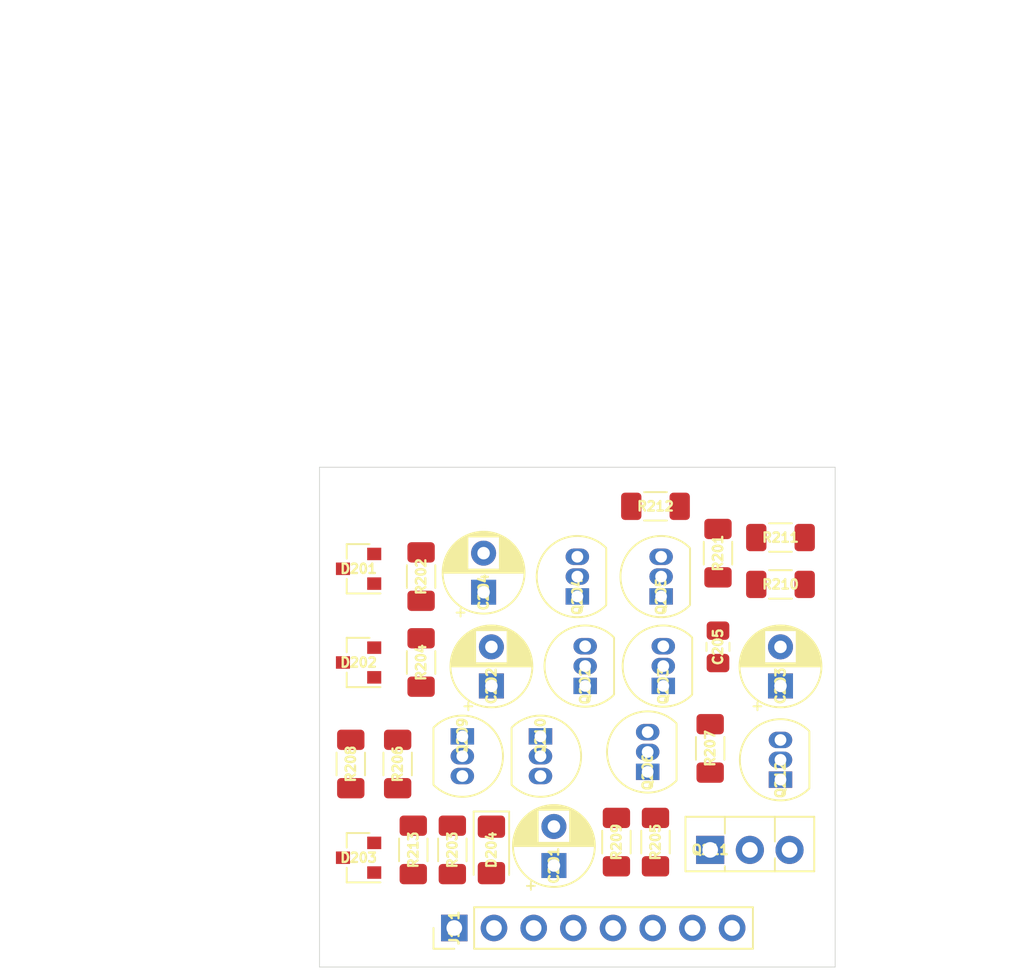
<source format=kicad_pcb>
(kicad_pcb (version 20211014) (generator pcbnew)
  (layers (0 "F.Cu" signal) (31 "B.Cu" signal) (34 "B.Paste" user) (35 "F.Paste" user) (36 "B.SilkS" user "B.Silkscreen") (37 "F.SilkS" user "F.Silkscreen") (38 "B.Mask" user) (39 "F.Mask" user) (44 "Edge.Cuts" user))
  (net 0 "")
  (net 1 "GND")
  (net 2 "/VIN")
  (net 3 "/VFB")
  (net 4 "/CTRL")
  (net 5 "Net-(C201-Pad2)")
  (net 6 "Net-(C202-Pad1)")
  (net 7 "Net-(Q203-Pad1)")
  (net 8 "Net-(D202-Pad1)")
  (net 9 "Net-(C203-Pad2)")
  (net 10 "Net-(C205-Pad1)")
  (net 11 "Net-(D201-Pad1)")
  (net 12 "Net-(D204-Pad1)")
  (net 13 "Net-(D203-Pad1)")
  (net 14 "Net-(Q202-Pad3)")
  (net 15 "Net-(Q203-Pad3)")
  (net 16 "Net-(Q204-Pad3)")
  (net 17 "Net-(C202-Pad2)")
  (net 18 "Net-(Q211-Pad3)")
  (net 19 "Net-(Q206-Pad3)")
  (net 20 "Net-(Q210-Pad3)")
  (net 21 "Net-(Q209-Pad3)")
  (footprint "Package_TO_SOT_THT:TO-92_Inline" (layer "F.Cu") (at 122.14 145.23 -90)
    (fp_text reference "Q209" (at 0 0 90) (layer "F.SilkS") (effects (font (size 0.6 0.6) (thickness 0.6))))
    (fp_text value "BC556")
    (pad "1" thru_hole rect (at 0 0 270) (size 1.05 1.5) (drill 0.75) (layers *.Cu *.Mask) (net 8 "Net-(D202-Pad1)"))
    (pad "2" thru_hole oval (at 1.27 0 270) (size 1.05 1.5) (drill 0.75) (layers *.Cu *.Mask) (net 5 "Net-(C201-Pad2)"))
    (pad "3" thru_hole oval (at 2.54 0 270) (size 1.05 1.5) (drill 0.75) (layers *.Cu *.Mask) (net 21 "Net-(Q209-Pad3)"))
  )
  (footprint "Capacitor_THT:CP_Radial_D5.0mm_P2.50mm" (layer "F.Cu") (at 123.5 136 90)
    (fp_text reference "C204" (at 0 0 90) (layer "F.SilkS") (effects (font (size 0.6 0.6) (thickness 0.6))))
    (fp_text value "4u7")
    (pad "1" thru_hole rect (at 0 0 90) (size 1.6 1.6) (drill 0.8) (layers *.Cu *.Mask) (net 17 "Net-(C202-Pad2)"))
    (pad "2" thru_hole circle (at 2.5 0 90) (size 1.6 1.6) (drill 0.8) (layers *.Cu *.Mask) (net 1 "GND"))
  )
  (footprint "Capacitor_THT:CP_Radial_D5.0mm_P2.50mm" (layer "F.Cu") (at 142.5 142 90)
    (fp_text reference "C203" (at 0 0 90) (layer "F.SilkS") (effects (font (size 0.6 0.6) (thickness 0.6))))
    (fp_text value "4u7")
    (pad "1" thru_hole rect (at 0 0 90) (size 1.6 1.6) (drill 0.8) (layers *.Cu *.Mask) (net 3 "/VFB"))
    (pad "2" thru_hole circle (at 2.5 0 90) (size 1.6 1.6) (drill 0.8) (layers *.Cu *.Mask) (net 9 "Net-(C203-Pad2)"))
  )
  (footprint "Package_TO_SOT_THT:TO-92_Inline" (layer "F.Cu") (at 135 142 90)
    (fp_text reference "Q203" (at 0 0 90) (layer "F.SilkS") (effects (font (size 0.6 0.6) (thickness 0.6))))
    (fp_text value "BC546")
    (pad "1" thru_hole rect (at 0 0 90) (size 1.05 1.5) (drill 0.75) (layers *.Cu *.Mask) (net 7 "Net-(Q203-Pad1)"))
    (pad "2" thru_hole oval (at 1.27 0 90) (size 1.05 1.5) (drill 0.75) (layers *.Cu *.Mask) (net 6 "Net-(C202-Pad1)"))
    (pad "3" thru_hole oval (at 2.54 0 90) (size 1.05 1.5) (drill 0.75) (layers *.Cu *.Mask) (net 15 "Net-(Q203-Pad3)"))
  )
  (footprint "Package_TO_SOT_THT:TO-92_Inline" (layer "F.Cu") (at 134.86 136.27 90)
    (fp_text reference "Q205" (at 0 0 90) (layer "F.SilkS") (effects (font (size 0.6 0.6) (thickness 0.6))))
    (fp_text value "BC546")
    (pad "1" thru_hole rect (at 0 0 90) (size 1.05 1.5) (drill 0.75) (layers *.Cu *.Mask) (net 15 "Net-(Q203-Pad3)"))
    (pad "2" thru_hole oval (at 1.27 0 90) (size 1.05 1.5) (drill 0.75) (layers *.Cu *.Mask) (net 9 "Net-(C203-Pad2)"))
    (pad "3" thru_hole oval (at 2.54 0 90) (size 1.05 1.5) (drill 0.75) (layers *.Cu *.Mask) (net 16 "Net-(Q204-Pad3)"))
  )
  (footprint "Resistor_SMD:R_1206_3216Metric_Pad1.30x1.75mm_HandSolder" (layer "F.Cu") (at 142.5 135.5)
    (fp_text reference "R210" (at 0 0) (layer "F.SilkS") (effects (font (size 0.6 0.6) (thickness 0.6))))
    (fp_text value "R")
    (pad "1" smd roundrect (at -1.55 0) (size 1.3 1.75) (layers "F.Cu" "F.Paste" "F.Mask") (roundrect_rratio 0.192308) (net 9 "Net-(C203-Pad2)"))
    (pad "2" smd roundrect (at 1.55 0) (size 1.3 1.75) (layers "F.Cu" "F.Paste" "F.Mask") (roundrect_rratio 0.192308) (net 3 "/VFB"))
  )
  (footprint "Capacitor_THT:CP_Radial_D5.0mm_P2.50mm" (layer "F.Cu") (at 128 153.5 90)
    (fp_text reference "C201" (at 0 0 90) (layer "F.SilkS") (effects (font (size 0.6 0.6) (thickness 0.6))))
    (fp_text value "4u7")
    (pad "1" thru_hole rect (at 0 0 90) (size 1.6 1.6) (drill 0.8) (layers *.Cu *.Mask) (net 2 "/VIN"))
    (pad "2" thru_hole circle (at 2.5 0 90) (size 1.6 1.6) (drill 0.8) (layers *.Cu *.Mask) (net 5 "Net-(C201-Pad2)"))
  )
  (footprint "Package_TO_SOT_THT:TO-126-3_Vertical" (layer "F.Cu") (at 138 152.5)
    (property "Reference" "Q?")
    (property "Value" "BD140")
    (fp_text reference "Q211" (at 0 0) (layer "F.SilkS") (effects (font (size 0.6 0.6) (thickness 0.6))))
    (fp_text value "BD140")
    (pad "1" thru_hole rect (at 0 0) (size 1.8 1.8) (drill 1) (layers *.Cu *.Mask) (net 4 "/CTRL"))
    (pad "2" thru_hole oval (at 2.54 0) (size 1.8 1.8) (drill 1) (layers *.Cu *.Mask) (net 3 "/VFB"))
    (pad "3" thru_hole oval (at 5.08 0) (size 1.8 1.8) (drill 1) (layers *.Cu *.Mask) (net 18 "Net-(Q211-Pad3)"))
  )
  (footprint "Connector_PinHeader_2.54mm:PinHeader_1x08_P2.54mm_Vertical" (layer "F.Cu") (at 121.625 157.5 90)
    (fp_text reference "J101" (at 0 0 90) (layer "F.SilkS") (effects (font (size 0.6 0.6) (thickness 0.6))))
    (fp_text value "Conn_01x08")
    (pad "1" thru_hole rect (at 0 0 90) (size 1.7 1.7) (drill 1) (layers *.Cu *.Mask) (net 2 "/VIN"))
    (pad "2" thru_hole oval (at 0 2.54 90) (size 1.7 1.7) (drill 1) (layers *.Cu *.Mask) (net 2 "/VIN"))
    (pad "3" thru_hole oval (at 0 5.08 90) (size 1.7 1.7) (drill 1) (layers *.Cu *.Mask) (net 4 "/CTRL"))
    (pad "4" thru_hole oval (at 0 7.62 90) (size 1.7 1.7) (drill 1) (layers *.Cu *.Mask) (net 4 "/CTRL"))
    (pad "5" thru_hole oval (at 0 10.16 90) (size 1.7 1.7) (drill 1) (layers *.Cu *.Mask) (net 1 "GND"))
    (pad "6" thru_hole oval (at 0 12.7 90) (size 1.7 1.7) (drill 1) (layers *.Cu *.Mask) (net 1 "GND"))
    (pad "7" thru_hole oval (at 0 15.24 90) (size 1.7 1.7) (drill 1) (layers *.Cu *.Mask) (net 3 "/VFB"))
    (pad "8" thru_hole oval (at 0 17.78 90) (size 1.7 1.7) (drill 1) (layers *.Cu *.Mask) (net 3 "/VFB"))
  )
  (footprint "Resistor_SMD:R_1206_3216Metric_Pad1.30x1.75mm_HandSolder" (layer "F.Cu") (at 132 152 90)
    (fp_text reference "R209" (at 0 0 90) (layer "F.SilkS") (effects (font (size 0.6 0.6) (thickness 0.6))))
    (fp_text value "470R")
    (pad "1" smd roundrect (at -1.55 0 90) (size 1.3 1.75) (layers "F.Cu" "F.Paste" "F.Mask") (roundrect_rratio 0.192308) (net 2 "/VIN"))
    (pad "2" smd roundrect (at 1.55 0 90) (size 1.3 1.75) (layers "F.Cu" "F.Paste" "F.Mask") (roundrect_rratio 0.192308) (net 18 "Net-(Q211-Pad3)"))
  )
  (footprint "Diode_SMD:D_SOT-23_ANK" (layer "F.Cu") (at 115.5 140.5 180)
    (fp_text reference "D202" (at 0 0) (layer "F.SilkS") (effects (font (size 0.6 0.6) (thickness 0.6))))
    (fp_text value "BZX84C4V7")
    (pad "" smd rect (at -1 0.95 180) (size 0.9 0.8) (layers "F.Cu" "F.Paste" "F.Mask"))
    (pad "1" smd rect (at 1 0 180) (size 0.9 0.8) (layers "F.Cu" "F.Paste" "F.Mask") (net 8 "Net-(D202-Pad1)"))
    (pad "2" smd rect (at -1 -0.95 180) (size 0.9 0.8) (layers "F.Cu" "F.Paste" "F.Mask") (net 11 "Net-(D201-Pad1)"))
  )
  (footprint "Capacitor_SMD:C_0805_2012Metric_Pad1.18x1.45mm_HandSolder" (layer "F.Cu") (at 138.5 139.5 -90)
    (property "Reference" "C?")
    (property "Value" "10p")
    (fp_text reference "C205" (at 0 0 90) (layer "F.SilkS") (effects (font (size 0.6 0.6) (thickness 0.6))))
    (fp_text value "10p")
    (pad "1" smd roundrect (at -1.0375 0 270) (size 1.175 1.45) (layers "F.Cu" "F.Paste" "F.Mask") (roundrect_rratio 0.212766) (net 10 "Net-(C205-Pad1)"))
    (pad "2" smd roundrect (at 1.0375 0 270) (size 1.175 1.45) (layers "F.Cu" "F.Paste" "F.Mask") (roundrect_rratio 0.212766) (net 1 "GND"))
  )
  (footprint "Package_TO_SOT_THT:TO-92_Inline" (layer "F.Cu") (at 142.5 148 90)
    (fp_text reference "Q212" (at 0 0 90) (layer "F.SilkS") (effects (font (size 0.6 0.6) (thickness 0.6))))
    (fp_text value "BC546")
    (pad "1" thru_hole rect (at 0 0 90) (size 1.05 1.5) (drill 0.75) (layers *.Cu *.Mask) (net 18 "Net-(Q211-Pad3)"))
    (pad "2" thru_hole oval (at 1.27 0 90) (size 1.05 1.5) (drill 0.75) (layers *.Cu *.Mask) (net 7 "Net-(Q203-Pad1)"))
    (pad "3" thru_hole oval (at 2.54 0 90) (size 1.05 1.5) (drill 0.75) (layers *.Cu *.Mask) (net 3 "/VFB"))
  )
  (footprint "Resistor_SMD:R_1206_3216Metric_Pad1.30x1.75mm_HandSolder" (layer "F.Cu") (at 142.5 132.5 180)
    (fp_text reference "R211" (at 0 0) (layer "F.SilkS") (effects (font (size 0.6 0.6) (thickness 0.6))))
    (fp_text value "2K2")
    (pad "1" smd roundrect (at -1.55 0 180) (size 1.3 1.75) (layers "F.Cu" "F.Paste" "F.Mask") (roundrect_rratio 0.192308) (net 9 "Net-(C203-Pad2)"))
    (pad "2" smd roundrect (at 1.55 0 180) (size 1.3 1.75) (layers "F.Cu" "F.Paste" "F.Mask") (roundrect_rratio 0.192308) (net 1 "GND"))
  )
  (footprint "Diode_SMD:D_SOT-23_ANK" (layer "F.Cu") (at 115.5 134.5 180)
    (fp_text reference "D201" (at 0 0) (layer "F.SilkS") (effects (font (size 0.6 0.6) (thickness 0.6))))
    (fp_text value "BZX84C4V7")
    (pad "" smd rect (at -1 0.95 180) (size 0.9 0.8) (layers "F.Cu" "F.Paste" "F.Mask"))
    (pad "1" smd rect (at 1 0 180) (size 0.9 0.8) (layers "F.Cu" "F.Paste" "F.Mask") (net 11 "Net-(D201-Pad1)"))
    (pad "2" smd rect (at -1 -0.95 180) (size 0.9 0.8) (layers "F.Cu" "F.Paste" "F.Mask") (net 1 "GND"))
  )
  (footprint "Resistor_SMD:R_1206_3216Metric_Pad1.30x1.75mm_HandSolder" (layer "F.Cu") (at 119.5 135 -90)
    (fp_text reference "R202" (at 0 0 90) (layer "F.SilkS") (effects (font (size 0.6 0.6) (thickness 0.6))))
    (fp_text value "10K")
    (pad "1" smd roundrect (at -1.55 0 270) (size 1.3 1.75) (layers "F.Cu" "F.Paste" "F.Mask") (roundrect_rratio 0.192308) (net 11 "Net-(D201-Pad1)"))
    (pad "2" smd roundrect (at 1.55 0 270) (size 1.3 1.75) (layers "F.Cu" "F.Paste" "F.Mask") (roundrect_rratio 0.192308) (net 17 "Net-(C202-Pad2)"))
  )
  (footprint "Package_TO_SOT_THT:TO-92_Inline" (layer "F.Cu") (at 130 142 90)
    (fp_text reference "Q202" (at 0 0 90) (layer "F.SilkS") (effects (font (size 0.6 0.6) (thickness 0.6))))
    (fp_text value "BC546")
    (pad "1" thru_hole rect (at 0 0 90) (size 1.05 1.5) (drill 0.75) (layers *.Cu *.Mask) (net 2 "/VIN"))
    (pad "2" thru_hole oval (at 1.27 0 90) (size 1.05 1.5) (drill 0.75) (layers *.Cu *.Mask) (net 6 "Net-(C202-Pad1)"))
    (pad "3" thru_hole oval (at 2.54 0 90) (size 1.05 1.5) (drill 0.75) (layers *.Cu *.Mask) (net 14 "Net-(Q202-Pad3)"))
  )
  (footprint "Capacitor_THT:CP_Radial_D5.0mm_P2.50mm" (layer "F.Cu") (at 124 142 90)
    (fp_text reference "C202" (at 0 0 90) (layer "F.SilkS") (effects (font (size 0.6 0.6) (thickness 0.6))))
    (fp_text value "4u7")
    (pad "1" thru_hole rect (at 0 0 90) (size 1.6 1.6) (drill 0.8) (layers *.Cu *.Mask) (net 6 "Net-(C202-Pad1)"))
    (pad "2" thru_hole circle (at 2.5 0 90) (size 1.6 1.6) (drill 0.8) (layers *.Cu *.Mask) (net 17 "Net-(C202-Pad2)"))
  )
  (footprint "Resistor_SMD:R_1206_3216Metric_Pad1.30x1.75mm_HandSolder" (layer "F.Cu") (at 138.5 133.5 90)
    (fp_text reference "R201" (at 0 0 90) (layer "F.SilkS") (effects (font (size 0.6 0.6) (thickness 0.6))))
    (fp_text value "1K")
    (pad "1" smd roundrect (at -1.55 0 90) (size 1.3 1.75) (layers "F.Cu" "F.Paste" "F.Mask") (roundrect_rratio 0.192308) (net 19 "Net-(Q206-Pad3)"))
    (pad "2" smd roundrect (at 1.55 0 90) (size 1.3 1.75) (layers "F.Cu" "F.Paste" "F.Mask") (roundrect_rratio 0.192308) (net 1 "GND"))
  )
  (footprint "Resistor_SMD:R_1206_3216Metric_Pad1.30x1.75mm_HandSolder" (layer "F.Cu") (at 121.5 152.5 90)
    (fp_text reference "R203" (at 0 0 90) (layer "F.SilkS") (effects (font (size 0.6 0.6) (thickness 0.6))))
    (fp_text value "470R")
    (pad "1" smd roundrect (at -1.55 0 90) (size 1.3 1.75) (layers "F.Cu" "F.Paste" "F.Mask") (roundrect_rratio 0.192308) (net 2 "/VIN"))
    (pad "2" smd roundrect (at 1.55 0 90) (size 1.3 1.75) (layers "F.Cu" "F.Paste" "F.Mask") (roundrect_rratio 0.192308) (net 20 "Net-(Q210-Pad3)"))
  )
  (footprint "Package_TO_SOT_THT:TO-92_Inline" (layer "F.Cu") (at 127.14 145.23 -90)
    (property "Reference" "Q210")
    (property "Value" "BC556")
    (fp_text reference "Q210" (at 0 0 90) (layer "F.SilkS") (effects (font (size 0.6 0.6) (thickness 0.6))))
    (fp_text value "BC556")
    (pad "1" thru_hole rect (at 0 0 270) (size 1.05 1.5) (drill 0.75) (layers *.Cu *.Mask) (net 7 "Net-(Q203-Pad1)"))
    (pad "2" thru_hole oval (at 1.27 0 270) (size 1.05 1.5) (drill 0.75) (layers *.Cu *.Mask) (net 5 "Net-(C201-Pad2)"))
    (pad "3" thru_hole oval (at 2.54 0 270) (size 1.05 1.5) (drill 0.75) (layers *.Cu *.Mask) (net 20 "Net-(Q210-Pad3)"))
  )
  (footprint "Resistor_SMD:R_1206_3216Metric_Pad1.30x1.75mm_HandSolder" (layer "F.Cu") (at 134.5 152 90)
    (fp_text reference "R205" (at 0 0 90) (layer "F.SilkS") (effects (font (size 0.6 0.6) (thickness 0.6))))
    (fp_text value "10R")
    (pad "1" smd roundrect (at -1.55 0 90) (size 1.3 1.75) (layers "F.Cu" "F.Paste" "F.Mask") (roundrect_rratio 0.192308) (net 2 "/VIN"))
    (pad "2" smd roundrect (at 1.55 0 90) (size 1.3 1.75) (layers "F.Cu" "F.Paste" "F.Mask") (roundrect_rratio 0.192308) (net 4 "/CTRL"))
  )
  (footprint "Resistor_SMD:R_1206_3216Metric_Pad1.30x1.75mm_HandSolder" (layer "F.Cu") (at 119 152.5 90)
    (fp_text reference "R213" (at 0 0 90) (layer "F.SilkS") (effects (font (size 0.6 0.6) (thickness 0.6))))
    (fp_text value "470R")
    (pad "1" smd roundrect (at -1.55 0 90) (size 1.3 1.75) (layers "F.Cu" "F.Paste" "F.Mask") (roundrect_rratio 0.192308) (net 2 "/VIN"))
    (pad "2" smd roundrect (at 1.55 0 90) (size 1.3 1.75) (layers "F.Cu" "F.Paste" "F.Mask") (roundrect_rratio 0.192308) (net 21 "Net-(Q209-Pad3)"))
  )
  (footprint "Resistor_SMD:R_1206_3216Metric_Pad1.30x1.75mm_HandSolder" (layer "F.Cu") (at 115 147 90)
    (fp_text reference "R208" (at 0 0 90) (layer "F.SilkS") (effects (font (size 0.6 0.6) (thickness 0.6))))
    (fp_text value "R")
    (pad "1" smd roundrect (at -1.55 0 90) (size 1.3 1.75) (layers "F.Cu" "F.Paste" "F.Mask") (roundrect_rratio 0.192308) (net 13 "Net-(D203-Pad1)"))
    (pad "2" smd roundrect (at 1.55 0 90) (size 1.3 1.75) (layers "F.Cu" "F.Paste" "F.Mask") (roundrect_rratio 0.192308) (net 8 "Net-(D202-Pad1)"))
  )
  (footprint "Package_TO_SOT_THT:TO-92_Inline" (layer "F.Cu") (at 129.5 136.27 90)
    (fp_text reference "Q204" (at 0 0 90) (layer "F.SilkS") (effects (font (size 0.6 0.6) (thickness 0.6))))
    (fp_text value "BC546")
    (pad "1" thru_hole rect (at 0 0 90) (size 1.05 1.5) (drill 0.75) (layers *.Cu *.Mask) (net 14 "Net-(Q202-Pad3)"))
    (pad "2" thru_hole oval (at 1.27 0 90) (size 1.05 1.5) (drill 0.75) (layers *.Cu *.Mask) (net 17 "Net-(C202-Pad2)"))
    (pad "3" thru_hole oval (at 2.54 0 90) (size 1.05 1.5) (drill 0.75) (layers *.Cu *.Mask) (net 16 "Net-(Q204-Pad3)"))
  )
  (footprint "Resistor_SMD:R_1206_3216Metric_Pad1.30x1.75mm_HandSolder" (layer "F.Cu") (at 118 147 90)
    (fp_text reference "R206" (at 0 0 90) (layer "F.SilkS") (effects (font (size 0.6 0.6) (thickness 0.6))))
    (fp_text value "4K7")
    (pad "1" smd roundrect (at -1.55 0 90) (size 1.3 1.75) (layers "F.Cu" "F.Paste" "F.Mask") (roundrect_rratio 0.192308) (net 12 "Net-(D204-Pad1)"))
    (pad "2" smd roundrect (at 1.55 0 90) (size 1.3 1.75) (layers "F.Cu" "F.Paste" "F.Mask") (roundrect_rratio 0.192308) (net 5 "Net-(C201-Pad2)"))
  )
  (footprint "Resistor_SMD:R_1206_3216Metric_Pad1.30x1.75mm_HandSolder" (layer "F.Cu") (at 134.5 130.5)
    (fp_text reference "R212" (at 0 0) (layer "F.SilkS") (effects (font (size 0.6 0.6) (thickness 0.6))))
    (fp_text value "2K2")
    (pad "1" smd roundrect (at -1.55 0) (size 1.3 1.75) (layers "F.Cu" "F.Paste" "F.Mask") (roundrect_rratio 0.192308) (net 16 "Net-(Q204-Pad3)"))
    (pad "2" smd roundrect (at 1.55 0) (size 1.3 1.75) (layers "F.Cu" "F.Paste" "F.Mask") (roundrect_rratio 0.192308) (net 1 "GND"))
  )
  (footprint "Package_TO_SOT_THT:TO-92_Inline" (layer "F.Cu") (at 134 147.5 90)
    (fp_text reference "Q206" (at 0 0 90) (layer "F.SilkS") (effects (font (size 0.6 0.6) (thickness 0.6))))
    (fp_text value "BC546")
    (pad "1" thru_hole rect (at 0 0 90) (size 1.05 1.5) (drill 0.75) (layers *.Cu *.Mask) (net 12 "Net-(D204-Pad1)"))
    (pad "2" thru_hole oval (at 1.27 0 90) (size 1.05 1.5) (drill 0.75) (layers *.Cu *.Mask) (net 11 "Net-(D201-Pad1)"))
    (pad "3" thru_hole oval (at 2.54 0 90) (size 1.05 1.5) (drill 0.75) (layers *.Cu *.Mask) (net 19 "Net-(Q206-Pad3)"))
  )
  (footprint "Resistor_SMD:R_1206_3216Metric_Pad1.30x1.75mm_HandSolder" (layer "F.Cu") (at 119.5 140.5 90)
    (fp_text reference "R204" (at 0 0 90) (layer "F.SilkS") (effects (font (size 0.6 0.6) (thickness 0.6))))
    (fp_text value "10K")
    (pad "1" smd roundrect (at -1.55 0 90) (size 1.3 1.75) (layers "F.Cu" "F.Paste" "F.Mask") (roundrect_rratio 0.192308) (net 8 "Net-(D202-Pad1)"))
    (pad "2" smd roundrect (at 1.55 0 90) (size 1.3 1.75) (layers "F.Cu" "F.Paste" "F.Mask") (roundrect_rratio 0.192308) (net 6 "Net-(C202-Pad1)"))
  )
  (footprint "LED_SMD:LED_1206_3216Metric_Pad1.42x1.75mm_HandSolder" (layer "F.Cu") (at 124 152.5 -90)
    (property "Reference" "D204")
    (property "Value" "LED")
    (fp_text reference "D204" (at 0 0 90) (layer "F.SilkS") (effects (font (size 0.6 0.6) (thickness 0.6))))
    (fp_text value "LED")
    (pad "1" smd roundrect (at -1.4875 0 270) (size 1.425 1.75) (layers "F.Cu" "F.Paste" "F.Mask") (roundrect_rratio 0.175439) (net 12 "Net-(D204-Pad1)"))
    (pad "2" smd roundrect (at 1.4875 0 270) (size 1.425 1.75) (layers "F.Cu" "F.Paste" "F.Mask") (roundrect_rratio 0.175439) (net 2 "/VIN"))
  )
  (footprint "Diode_SMD:D_SOT-23_ANK" (layer "F.Cu") (at 115.5 153 180)
    (fp_text reference "D203" (at 0 0) (layer "F.SilkS") (effects (font (size 0.6 0.6) (thickness 0.6))))
    (fp_text value "BZX84C33")
    (pad "" smd rect (at -1 0.95 180) (size 0.9 0.8) (layers "F.Cu" "F.Paste" "F.Mask"))
    (pad "1" smd rect (at 1 0 180) (size 0.9 0.8) (layers "F.Cu" "F.Paste" "F.Mask") (net 13 "Net-(D203-Pad1)"))
    (pad "2" smd rect (at -1 -0.95 180) (size 0.9 0.8) (layers "F.Cu" "F.Paste" "F.Mask") (net 2 "/VIN"))
  )
  (footprint "Resistor_SMD:R_1206_3216Metric_Pad1.30x1.75mm_HandSolder" (layer "F.Cu") (at 138 146 90)
    (fp_text reference "R207" (at 0 0 90) (layer "F.SilkS") (effects (font (size 0.6 0.6) (thickness 0.6))))
    (fp_text value "1K")
    (pad "1" smd roundrect (at -1.55 0 90) (size 1.3 1.75) (layers "F.Cu" "F.Paste" "F.Mask") (roundrect_rratio 0.192308) (net 7 "Net-(Q203-Pad1)"))
    (pad "2" smd roundrect (at 1.55 0 90) (size 1.3 1.75) (layers "F.Cu" "F.Paste" "F.Mask") (roundrect_rratio 0.192308) (net 10 "Net-(C205-Pad1)"))
  )
  (gr_line (start 113 128) (end 113 160) (layer "Edge.Cuts") (width 0.05))
  (gr_line (start 113 160) (end 146 160) (layer "Edge.Cuts") (width 0.05))
  (gr_line (start 146 160) (end 146 128) (layer "Edge.Cuts") (width 0.05))
  (gr_line (start 146 128) (end 113 128) (layer "Edge.Cuts") (width 0.05))
)
</source>
